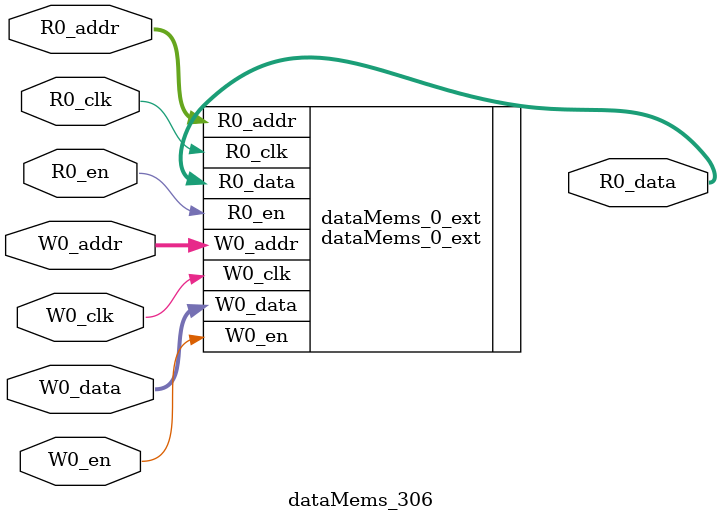
<source format=sv>
`ifndef RANDOMIZE
  `ifdef RANDOMIZE_REG_INIT
    `define RANDOMIZE
  `endif // RANDOMIZE_REG_INIT
`endif // not def RANDOMIZE
`ifndef RANDOMIZE
  `ifdef RANDOMIZE_MEM_INIT
    `define RANDOMIZE
  `endif // RANDOMIZE_MEM_INIT
`endif // not def RANDOMIZE

`ifndef RANDOM
  `define RANDOM $random
`endif // not def RANDOM

// Users can define 'PRINTF_COND' to add an extra gate to prints.
`ifndef PRINTF_COND_
  `ifdef PRINTF_COND
    `define PRINTF_COND_ (`PRINTF_COND)
  `else  // PRINTF_COND
    `define PRINTF_COND_ 1
  `endif // PRINTF_COND
`endif // not def PRINTF_COND_

// Users can define 'ASSERT_VERBOSE_COND' to add an extra gate to assert error printing.
`ifndef ASSERT_VERBOSE_COND_
  `ifdef ASSERT_VERBOSE_COND
    `define ASSERT_VERBOSE_COND_ (`ASSERT_VERBOSE_COND)
  `else  // ASSERT_VERBOSE_COND
    `define ASSERT_VERBOSE_COND_ 1
  `endif // ASSERT_VERBOSE_COND
`endif // not def ASSERT_VERBOSE_COND_

// Users can define 'STOP_COND' to add an extra gate to stop conditions.
`ifndef STOP_COND_
  `ifdef STOP_COND
    `define STOP_COND_ (`STOP_COND)
  `else  // STOP_COND
    `define STOP_COND_ 1
  `endif // STOP_COND
`endif // not def STOP_COND_

// Users can define INIT_RANDOM as general code that gets injected into the
// initializer block for modules with registers.
`ifndef INIT_RANDOM
  `define INIT_RANDOM
`endif // not def INIT_RANDOM

// If using random initialization, you can also define RANDOMIZE_DELAY to
// customize the delay used, otherwise 0.002 is used.
`ifndef RANDOMIZE_DELAY
  `define RANDOMIZE_DELAY 0.002
`endif // not def RANDOMIZE_DELAY

// Define INIT_RANDOM_PROLOG_ for use in our modules below.
`ifndef INIT_RANDOM_PROLOG_
  `ifdef RANDOMIZE
    `ifdef VERILATOR
      `define INIT_RANDOM_PROLOG_ `INIT_RANDOM
    `else  // VERILATOR
      `define INIT_RANDOM_PROLOG_ `INIT_RANDOM #`RANDOMIZE_DELAY begin end
    `endif // VERILATOR
  `else  // RANDOMIZE
    `define INIT_RANDOM_PROLOG_
  `endif // RANDOMIZE
`endif // not def INIT_RANDOM_PROLOG_

// Include register initializers in init blocks unless synthesis is set
`ifndef SYNTHESIS
  `ifndef ENABLE_INITIAL_REG_
    `define ENABLE_INITIAL_REG_
  `endif // not def ENABLE_INITIAL_REG_
`endif // not def SYNTHESIS

// Include rmemory initializers in init blocks unless synthesis is set
`ifndef SYNTHESIS
  `ifndef ENABLE_INITIAL_MEM_
    `define ENABLE_INITIAL_MEM_
  `endif // not def ENABLE_INITIAL_MEM_
`endif // not def SYNTHESIS

module dataMems_306(	// @[generators/ara/src/main/scala/UnsafeAXI4ToTL.scala:365:62]
  input  [4:0]  R0_addr,
  input         R0_en,
  input         R0_clk,
  output [66:0] R0_data,
  input  [4:0]  W0_addr,
  input         W0_en,
  input         W0_clk,
  input  [66:0] W0_data
);

  dataMems_0_ext dataMems_0_ext (	// @[generators/ara/src/main/scala/UnsafeAXI4ToTL.scala:365:62]
    .R0_addr (R0_addr),
    .R0_en   (R0_en),
    .R0_clk  (R0_clk),
    .R0_data (R0_data),
    .W0_addr (W0_addr),
    .W0_en   (W0_en),
    .W0_clk  (W0_clk),
    .W0_data (W0_data)
  );
endmodule


</source>
